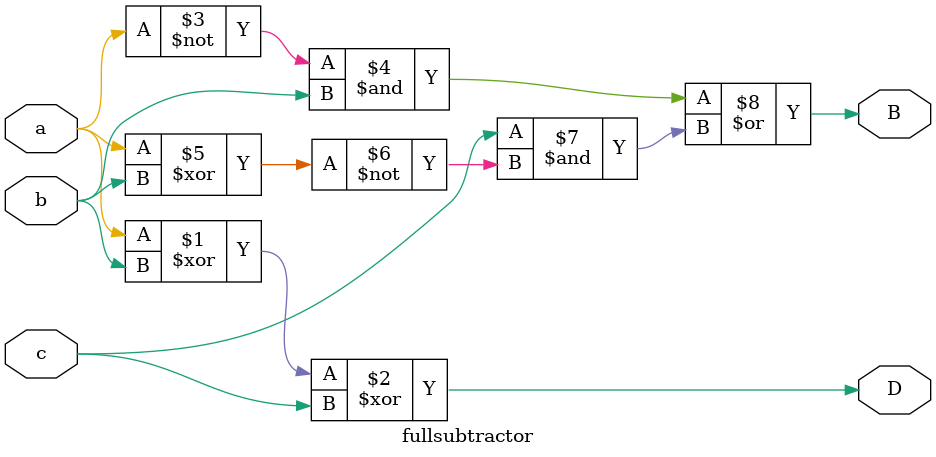
<source format=v>
module fullsubtractor(output D,B,input a,b,c);
	assign D=a^b^c;
	assign B=(~a&b)|c&(~(a^b));
endmodule 
</source>
